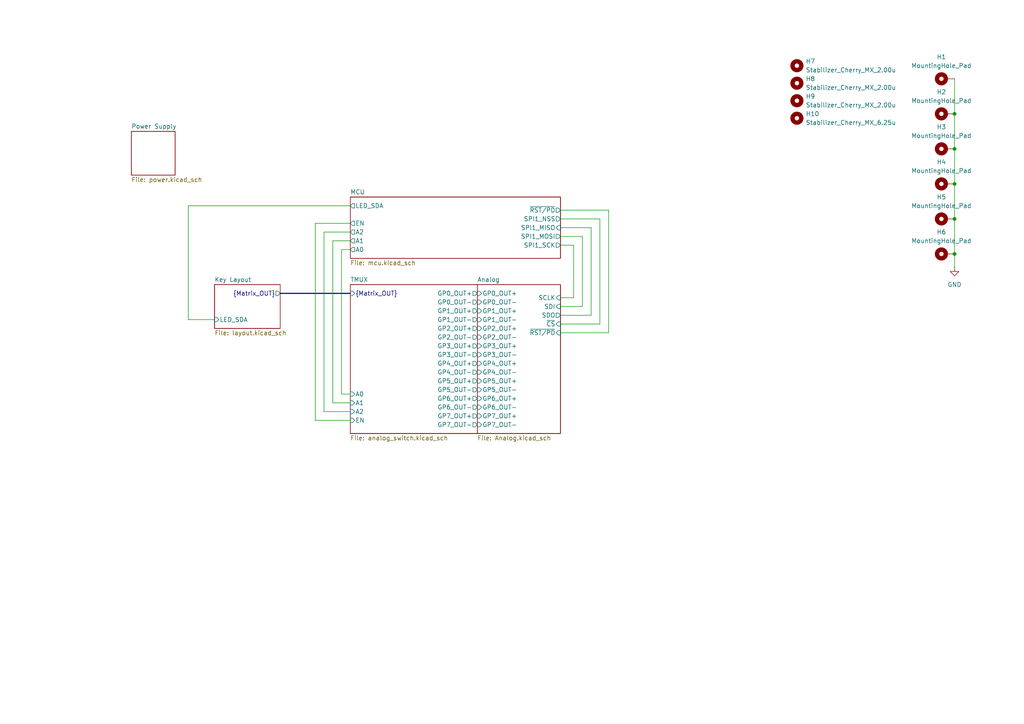
<source format=kicad_sch>
(kicad_sch (version 20231120) (generator "eeschema") (generator_version "8.0")
  (paper "A4")
  (lib_symbols
    (symbol "Mechanical:MountingHole" (pin_names (offset 1.016)) (exclude_from_sim yes) (in_bom no)
      (property "Reference" "H" (at 0 5.08 0))
      (property "Value" "MountingHole" (at 0 3.175 0))
      (symbol "MountingHole_0_1"
        (circle (center 0 0) (radius 1.27) (stroke (width 1.27)))
      )
    )
    (symbol "Mechanical:MountingHole_Pad" (pin_numbers hide) (pin_names (offset 1.016) hide) (exclude_from_sim yes) (in_bom no)
      (property "Reference" "H" (at 0 6.35 0))
      (property "Value" "MountingHole_Pad" (at 0 4.445 0))
      (symbol "MountingHole_Pad_0_1"
        (circle (center 0 1.27) (radius 1.27) (stroke (width 1.27)))
      )
      (symbol "MountingHole_Pad_1_1"
        (pin input line (at 0 -2.54 90) (length 2.54) (name "1") (number "1"))
      )
    )
    (symbol "power:GND" (power) (pin_numbers hide) (pin_names (offset 0) hide)
      (property "Value" "GND" (at 0 -3.81 0))
      (symbol "GND_0_1"
        (polyline (pts (xy 0 0) (xy 0 -1.27) (xy 1.27 -1.27) (xy 0 -2.54) (xy -1.27 -1.27) (xy 0 -1.27)))
      )
      (symbol "GND_1_1"
        (pin power_in line (at 0 0 270) (length 0) (name "~") (number "1"))
      )
    )
  )
  (junction (at 276.86 63.5))
  (junction (at 276.86 43.18))
  (junction (at 276.86 53.34))
  (junction (at 276.86 73.66))
  (junction (at 276.86 33.02))
  (wire (pts (xy 93.98 67.31) (xy 93.98 119.38)))
  (wire (pts (xy 101.6 67.31) (xy 93.98 67.31)))
  (wire (pts (xy 168.91 68.58) (xy 168.91 88.9)))
  (wire (pts (xy 176.53 96.52) (xy 162.56 96.52)))
  (wire (pts (xy 276.86 22.86) (xy 276.86 33.02)))
  (wire (pts (xy 54.61 92.71) (xy 62.23 92.71)))
  (wire (pts (xy 176.53 60.96) (xy 176.53 96.52)))
  (wire (pts (xy 93.98 119.38) (xy 101.6 119.38)))
  (wire (pts (xy 276.86 53.34) (xy 276.86 63.5)))
  (bus (pts (xy 81.28 85.09) (xy 101.6 85.09)))
  (wire (pts (xy 173.99 93.98) (xy 162.56 93.98)))
  (wire (pts (xy 166.37 71.12) (xy 166.37 86.36)))
  (wire (pts (xy 276.86 43.18) (xy 276.86 53.34)))
  (wire (pts (xy 91.44 64.77) (xy 91.44 121.92)))
  (wire (pts (xy 99.06 114.3) (xy 101.6 114.3)))
  (wire (pts (xy 101.6 59.69) (xy 54.61 59.69)))
  (wire (pts (xy 162.56 68.58) (xy 168.91 68.58)))
  (wire (pts (xy 54.61 59.69) (xy 54.61 92.71)))
  (wire (pts (xy 162.56 63.5) (xy 173.99 63.5)))
  (wire (pts (xy 276.86 73.66) (xy 276.86 77.47)))
  (wire (pts (xy 168.91 88.9) (xy 162.56 88.9)))
  (wire (pts (xy 276.86 63.5) (xy 276.86 73.66)))
  (wire (pts (xy 96.52 116.84) (xy 101.6 116.84)))
  (wire (pts (xy 276.86 33.02) (xy 276.86 43.18)))
  (wire (pts (xy 173.99 63.5) (xy 173.99 93.98)))
  (wire (pts (xy 99.06 72.39) (xy 99.06 114.3)))
  (wire (pts (xy 162.56 66.04) (xy 171.45 66.04)))
  (wire (pts (xy 166.37 86.36) (xy 162.56 86.36)))
  (wire (pts (xy 91.44 121.92) (xy 101.6 121.92)))
  (wire (pts (xy 101.6 72.39) (xy 99.06 72.39)))
  (wire (pts (xy 162.56 60.96) (xy 176.53 60.96)))
  (wire (pts (xy 162.56 71.12) (xy 166.37 71.12)))
  (wire (pts (xy 171.45 66.04) (xy 171.45 91.44)))
  (wire (pts (xy 171.45 91.44) (xy 162.56 91.44)))
  (wire (pts (xy 101.6 64.77) (xy 91.44 64.77)))
  (wire (pts (xy 96.52 69.85) (xy 96.52 116.84)))
  (wire (pts (xy 101.6 69.85) (xy 96.52 69.85)))
  (symbol (lib_id "Mechanical:MountingHole_Pad") (at 274.32 63.5 90) (unit 1) (exclude_from_sim yes) (in_bom no)
    (property "Reference" "H5" (at 273.05 57.15 90))
    (property "Value" "MountingHole_Pad" (at 273.05 59.69 90))
    (property "Footprint" "hole:PKRHSL" (effects (hide yes)))
    (property "Description" "Mounting Hole with connection" (effects (hide yes)))
  )
  (symbol (lib_id "Mechanical:MountingHole_Pad") (at 274.32 53.34 90) (unit 1) (exclude_from_sim yes) (in_bom no)
    (property "Reference" "H4" (at 273.05 46.99 90))
    (property "Value" "MountingHole_Pad" (at 273.05 49.53 90))
    (property "Footprint" "hole:PKRHSL" (effects (hide yes)))
    (property "Description" "Mounting Hole with connection" (effects (hide yes)))
  )
  (symbol (lib_id "Mechanical:MountingHole") (at 231.14 24.13 0) (unit 1) (exclude_from_sim yes) (in_bom no)
    (property "Reference" "H8" (at 233.68 22.8599 0) (effects (justify left)))
    (property "Value" "Stabilizer_Cherry_MX_2.00u" (at 233.68 25.3999 0) (effects (justify left)))
    (property "Footprint" "PCM_Mounting_Keyboard_Stabilizer:Stabilizer_Cherry_MX_2.00u" (effects (hide yes)))
    (property "Description" "Mounting Hole without connection" (effects (hide yes)))
  )
  (symbol (lib_id "power:GND") (at 276.86 77.47 0) (unit 1)
    (property "Reference" "#PWR01" (effects (hide yes)))
    (property "Value" "GND" (at 276.86 82.55 0))
    (property "Description" "Power symbol creates a global label with name \"GND\" , ground" (effects (hide yes)))
  )
  (symbol (lib_id "Mechanical:MountingHole_Pad") (at 274.32 73.66 90) (unit 1) (exclude_from_sim yes) (in_bom no)
    (property "Reference" "H6" (at 273.05 67.31 90))
    (property "Value" "MountingHole_Pad" (at 273.05 69.85 90))
    (property "Footprint" "hole:PKRH" (effects (hide yes)))
    (property "Description" "Mounting Hole with connection" (effects (hide yes)))
  )
  (symbol (lib_id "Mechanical:MountingHole") (at 231.14 34.29 0) (unit 1) (exclude_from_sim yes) (in_bom no)
    (property "Reference" "H10" (at 233.68 33.0199 0) (effects (justify left)))
    (property "Value" "Stabilizer_Cherry_MX_6.25u" (at 233.68 35.5599 0) (effects (justify left)))
    (property "Footprint" "PCM_Mounting_Keyboard_Stabilizer:Stabilizer_Cherry_MX_6.25u" (effects (hide yes)))
    (property "Description" "Mounting Hole without connection" (effects (hide yes)))
  )
  (symbol (lib_id "Mechanical:MountingHole_Pad") (at 274.32 33.02 90) (unit 1) (exclude_from_sim yes) (in_bom no)
    (property "Reference" "H2" (at 273.05 26.67 90))
    (property "Value" "MountingHole_Pad" (at 273.05 29.21 90))
    (property "Footprint" "hole:PKRH" (effects (hide yes)))
    (property "Description" "Mounting Hole with connection" (effects (hide yes)))
  )
  (symbol (lib_id "Mechanical:MountingHole_Pad") (at 274.32 43.18 90) (unit 1) (exclude_from_sim yes) (in_bom no)
    (property "Reference" "H3" (at 273.05 36.83 90))
    (property "Value" "MountingHole_Pad" (at 273.05 39.37 90))
    (property "Footprint" "hole:PKRH" (effects (hide yes)))
    (property "Description" "Mounting Hole with connection" (effects (hide yes)))
  )
  (symbol (lib_id "Mechanical:MountingHole") (at 231.14 29.21 0) (unit 1) (exclude_from_sim yes) (in_bom no)
    (property "Reference" "H9" (at 233.68 27.9399 0) (effects (justify left)))
    (property "Value" "Stabilizer_Cherry_MX_2.00u" (at 233.68 30.4799 0) (effects (justify left)))
    (property "Footprint" "PCM_Mounting_Keyboard_Stabilizer:Stabilizer_Cherry_MX_2.00u" (effects (hide yes)))
    (property "Description" "Mounting Hole without connection" (effects (hide yes)))
  )
  (symbol (lib_id "Mechanical:MountingHole") (at 231.14 19.05 0) (unit 1) (exclude_from_sim yes) (in_bom no)
    (property "Reference" "H7" (at 233.68 17.7799 0) (effects (justify left)))
    (property "Value" "Stabilizer_Cherry_MX_2.00u" (at 233.68 20.3199 0) (effects (justify left)))
    (property "Footprint" "PCM_Mounting_Keyboard_Stabilizer:Stabilizer_Cherry_MX_2.00u" (effects (hide yes)))
    (property "Description" "Mounting Hole without connection" (effects (hide yes)))
  )
  (symbol (lib_id "Mechanical:MountingHole_Pad") (at 274.32 22.86 90) (unit 1) (exclude_from_sim yes) (in_bom no)
    (property "Reference" "H1" (at 273.05 16.51 90))
    (property "Value" "MountingHole_Pad" (at 273.05 19.05 90))
    (property "Footprint" "hole:PKRHC" (effects (hide yes)))
    (property "Description" "Mounting Hole with connection" (effects (hide yes)))
  )
  (sheet (at 101.6 82.55) (size 36.83 43.18) (stroke (width 0.1524))
    (property "Sheetname" "TMUX" (at 101.6 81.8384 0) (effects (justify left bottom)))
    (property "Sheetfile" "analog_switch.kicad_sch" (at 101.6 126.3146 0) (effects (justify left top)))
    (pin "GP1_OUT+" output (at 138.43 90.17 0))
    (pin "GP1_OUT-" output (at 138.43 92.71 0))
    (pin "A1" input (at 101.6 116.84 180))
    (pin "A0" input (at 101.6 114.3 180))
    (pin "A2" input (at 101.6 119.38 180))
    (pin "EN" input (at 101.6 121.92 180))
    (pin "GP0_OUT+" output (at 138.43 85.09 0))
    (pin "GP0_OUT-" output (at 138.43 87.63 0))
    (pin "GP7_OUT-" output (at 138.43 123.19 0))
    (pin "GP7_OUT+" output (at 138.43 120.65 0))
    (pin "GP2_OUT-" output (at 138.43 97.79 0))
    (pin "GP3_OUT-" output (at 138.43 102.87 0))
    (pin "GP6_OUT-" output (at 138.43 118.11 0))
    (pin "GP6_OUT+" output (at 138.43 115.57 0))
    (pin "GP2_OUT+" output (at 138.43 95.25 0))
    (pin "GP3_OUT+" output (at 138.43 100.33 0))
    (pin "GP5_OUT+" output (at 138.43 110.49 0))
    (pin "GP5_OUT-" output (at 138.43 113.03 0))
    (pin "{Matrix_OUT}" input (at 101.6 85.09 180))
    (pin "GP4_OUT+" output (at 138.43 105.41 0))
    (pin "GP4_OUT-" output (at 138.43 107.95 0))
  )
  (sheet (at 38.1 38.1) (size 12.7 12.7) (stroke (width 0.1524))
    (property "Sheetname" "Power Supply" (at 38.1 37.3884 0) (effects (justify left bottom)))
    (property "Sheetfile" "power.kicad_sch" (at 38.1 51.3846 0) (effects (justify left top)))
  )
  (sheet (at 138.43 82.55) (size 24.13 43.18) (stroke (width 0.1524))
    (property "Sheetname" "Analog" (at 138.43 81.8384 0) (effects (justify left bottom)))
    (property "Sheetfile" "Analog.kicad_sch" (at 138.43 126.3146 0) (effects (justify left top)))
    (pin "GP3_OUT-" input (at 138.43 102.87 180))
    (pin "GP3_OUT+" input (at 138.43 100.33 180))
    (pin "GP1_OUT+" input (at 138.43 90.17 180))
    (pin "GP1_OUT-" input (at 138.43 92.71 180))
    (pin "GP2_OUT+" input (at 138.43 95.25 180))
    (pin "GP2_OUT-" input (at 138.43 97.79 180))
    (pin "GP7_OUT+" input (at 138.43 120.65 180))
    (pin "GP7_OUT-" input (at 138.43 123.19 180))
    (pin "GP0_OUT-" input (at 138.43 87.63 180))
    (pin "GP0_OUT+" input (at 138.43 85.09 180))
    (pin "GP4_OUT-" input (at 138.43 107.95 180))
    (pin "GP4_OUT+" input (at 138.43 105.41 180))
    (pin "GP5_OUT+" input (at 138.43 110.49 180))
    (pin "GP5_OUT-" input (at 138.43 113.03 180))
    (pin "GP6_OUT+" input (at 138.43 115.57 180))
    (pin "GP6_OUT-" input (at 138.43 118.11 180))
    (pin "SDO" output (at 162.56 91.44 0))
    (pin "SCLK" input (at 162.56 86.36 0))
    (pin "~{RST/PD}" input (at 162.56 96.52 0))
    (pin "~{CS}" input (at 162.56 93.98 0))
    (pin "SDI" input (at 162.56 88.9 0))
  )
  (sheet (at 101.6 57.15) (size 60.96 17.78) (stroke (width 0.1524))
    (property "Sheetname" "MCU" (at 101.6 56.4384 0) (effects (justify left bottom)))
    (property "Sheetfile" "mcu.kicad_sch" (at 101.6 75.5146 0) (effects (justify left top)))
    (pin "LED_SDA" output (at 101.6 59.69 180))
    (pin "SPI1_NSS" output (at 162.56 63.5 0))
    (pin "SPI1_MOSI" output (at 162.56 68.58 0))
    (pin "SPI1_MISO" input (at 162.56 66.04 0))
    (pin "SPI1_SCK" output (at 162.56 71.12 0))
    (pin "~{RST/PD}" output (at 162.56 60.96 0))
    (pin "A0" output (at 101.6 72.39 180))
    (pin "A1" output (at 101.6 69.85 180))
    (pin "A2" output (at 101.6 67.31 180))
    (pin "EN" output (at 101.6 64.77 180))
  )
  (sheet (at 62.23 82.55) (size 19.05 12.7) (stroke (width 0.1524))
    (property "Sheetname" "Key Layout" (at 62.23 81.8384 0) (effects (justify left bottom)))
    (property "Sheetfile" "layout.kicad_sch" (at 62.23 95.8346 0) (effects (justify left top)))
    (pin "{Matrix_OUT}" output (at 81.28 85.09 0))
    (pin "LED_SDA" input (at 62.23 92.71 180))
  )
)
</source>
